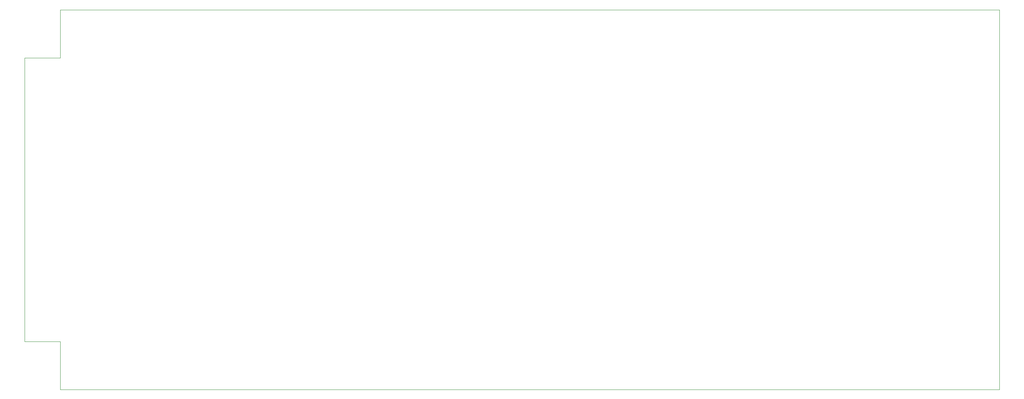
<source format=gbr>
%TF.GenerationSoftware,KiCad,Pcbnew,9.0.7*%
%TF.CreationDate,2026-01-08T20:10:55-05:00*%
%TF.ProjectId,tb8_cu,7462385f-6375-42e6-9b69-6361645f7063,1.0*%
%TF.SameCoordinates,Original*%
%TF.FileFunction,Profile,NP*%
%FSLAX46Y46*%
G04 Gerber Fmt 4.6, Leading zero omitted, Abs format (unit mm)*
G04 Created by KiCad (PCBNEW 9.0.7) date 2026-01-08 20:10:55*
%MOMM*%
%LPD*%
G01*
G04 APERTURE LIST*
%TA.AperFunction,Profile*%
%ADD10C,0.050000*%
%TD*%
G04 APERTURE END LIST*
D10*
X32000000Y-142200000D02*
X242000000Y-142200000D01*
X32000000Y-131450000D02*
X32000000Y-142200000D01*
X32000000Y-57200000D02*
X242000000Y-57200000D01*
X242000000Y-142200000D02*
X242000000Y-57200000D01*
X32000000Y-67950000D02*
X32000000Y-57200000D01*
%TO.C,J1*%
X24000000Y-67950000D02*
X24000000Y-131450000D01*
X32000000Y-67950000D02*
X24000000Y-67950000D01*
X32000000Y-131450000D02*
X24000000Y-131450000D01*
%TD*%
M02*

</source>
